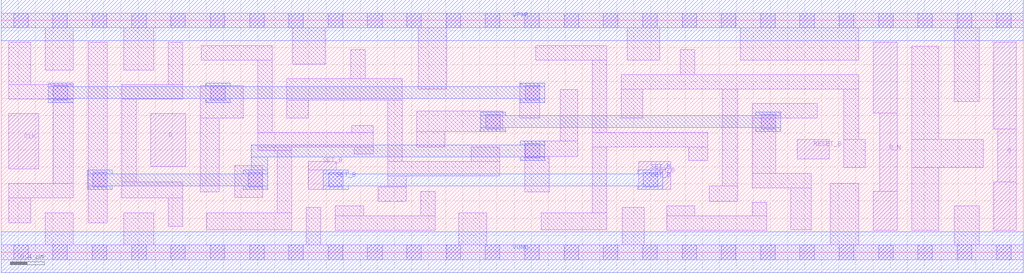
<source format=lef>
# Copyright 2020 The SkyWater PDK Authors
#
# Licensed under the Apache License, Version 2.0 (the "License");
# you may not use this file except in compliance with the License.
# You may obtain a copy of the License at
#
#     https://www.apache.org/licenses/LICENSE-2.0
#
# Unless required by applicable law or agreed to in writing, software
# distributed under the License is distributed on an "AS IS" BASIS,
# WITHOUT WARRANTIES OR CONDITIONS OF ANY KIND, either express or implied.
# See the License for the specific language governing permissions and
# limitations under the License.
#
# SPDX-License-Identifier: Apache-2.0

VERSION 5.7 ;
  NAMESCASESENSITIVE ON ;
  NOWIREEXTENSIONATPIN ON ;
  DIVIDERCHAR "/" ;
  BUSBITCHARS "[]" ;
UNITS
  DATABASE MICRONS 200 ;
END UNITS
MACRO sky130_fd_sc_hd__dfbbp_1
  CLASS CORE ;
  FOREIGN sky130_fd_sc_hd__dfbbp_1 ;
  ORIGIN  0.000000  0.000000 ;
  SIZE  11.96000 BY  2.720000 ;
  SYMMETRY X Y R90 ;
  SITE unithd ;
  PIN D
    ANTENNAGATEAREA  0.126000 ;
    DIRECTION INPUT ;
    USE SIGNAL ;
    PORT
      LAYER li1 ;
        RECT 1.750000 1.005000 2.160000 1.625000 ;
    END
  END D
  PIN Q
    ANTENNADIFFAREA  0.429000 ;
    DIRECTION OUTPUT ;
    USE SIGNAL ;
    PORT
      LAYER li1 ;
        RECT 11.615000 0.255000 11.875000 0.825000 ;
        RECT 11.615000 1.445000 11.875000 2.465000 ;
        RECT 11.660000 0.825000 11.875000 1.445000 ;
    END
  END Q
  PIN Q_N
    ANTENNADIFFAREA  0.429000 ;
    DIRECTION OUTPUT ;
    USE SIGNAL ;
    PORT
      LAYER li1 ;
        RECT 10.200000 0.255000 10.485000 0.715000 ;
        RECT 10.200000 1.630000 10.485000 2.465000 ;
        RECT 10.280000 0.715000 10.485000 1.630000 ;
    END
  END Q_N
  PIN RESET_B
    ANTENNAGATEAREA  0.159000 ;
    DIRECTION INPUT ;
    USE SIGNAL ;
    PORT
      LAYER li1 ;
        RECT 9.315000 1.095000 9.690000 1.325000 ;
    END
  END RESET_B
  PIN SET_B
    ANTENNAGATEAREA  0.252000 ;
    DIRECTION INPUT ;
    USE SIGNAL ;
    PORT
      LAYER li1 ;
        RECT 3.590000 0.735000 4.000000 0.965000 ;
        RECT 3.590000 0.965000 3.920000 1.065000 ;
      LAYER mcon ;
        RECT 3.830000 0.765000 4.000000 0.935000 ;
    END
    PORT
      LAYER li1 ;
        RECT 7.460000 0.735000 7.835000 1.065000 ;
      LAYER mcon ;
        RECT 7.510000 0.765000 7.680000 0.935000 ;
    END
    PORT
      LAYER met1 ;
        RECT 3.770000 0.735000 4.060000 0.780000 ;
        RECT 3.770000 0.780000 7.740000 0.920000 ;
        RECT 3.770000 0.920000 4.060000 0.965000 ;
        RECT 7.450000 0.735000 7.740000 0.780000 ;
        RECT 7.450000 0.920000 7.740000 0.965000 ;
    END
  END SET_B
  PIN CLK
    ANTENNAGATEAREA  0.159000 ;
    DIRECTION INPUT ;
    USE CLOCK ;
    PORT
      LAYER li1 ;
        RECT 0.085000 0.975000 0.440000 1.625000 ;
    END
  END CLK
  PIN VGND
    DIRECTION INOUT ;
    SHAPE ABUTMENT ;
    USE GROUND ;
    PORT
      LAYER met1 ;
        RECT 0.000000 -0.240000 11.960000 0.240000 ;
    END
  END VGND
  PIN VPWR
    DIRECTION INOUT ;
    SHAPE ABUTMENT ;
    USE POWER ;
    PORT
      LAYER met1 ;
        RECT 0.000000 2.480000 11.960000 2.960000 ;
    END
  END VPWR
  OBS
    LAYER li1 ;
      RECT  0.000000 -0.085000 11.960000 0.085000 ;
      RECT  0.000000  2.635000 11.960000 2.805000 ;
      RECT  0.085000  0.345000  0.345000 0.635000 ;
      RECT  0.085000  0.635000  0.840000 0.805000 ;
      RECT  0.085000  1.795000  0.840000 1.965000 ;
      RECT  0.085000  1.965000  0.345000 2.465000 ;
      RECT  0.515000  0.085000  0.845000 0.465000 ;
      RECT  0.515000  2.135000  0.845000 2.635000 ;
      RECT  0.610000  0.805000  0.840000 1.795000 ;
      RECT  1.015000  0.345000  1.240000 2.465000 ;
      RECT  1.410000  0.635000  2.125000 0.825000 ;
      RECT  1.410000  0.825000  1.580000 1.795000 ;
      RECT  1.410000  1.795000  2.125000 1.965000 ;
      RECT  1.435000  0.085000  1.785000 0.465000 ;
      RECT  1.435000  2.135000  1.785000 2.635000 ;
      RECT  1.955000  0.305000  2.125000 0.635000 ;
      RECT  1.955000  1.965000  2.125000 2.465000 ;
      RECT  2.330000  0.705000  2.550000 1.575000 ;
      RECT  2.330000  1.575000  2.830000 1.955000 ;
      RECT  2.340000  2.250000  3.170000 2.420000 ;
      RECT  2.405000  0.265000  3.400000 0.465000 ;
      RECT  2.730000  0.645000  3.060000 1.015000 ;
      RECT  3.000000  1.195000  3.400000 1.235000 ;
      RECT  3.000000  1.235000  4.350000 1.405000 ;
      RECT  3.000000  1.405000  3.170000 2.250000 ;
      RECT  3.230000  0.465000  3.400000 1.195000 ;
      RECT  3.340000  1.575000  3.590000 1.785000 ;
      RECT  3.340000  1.785000  4.690000 2.035000 ;
      RECT  3.410000  2.205000  3.790000 2.635000 ;
      RECT  3.570000  0.085000  3.740000 0.525000 ;
      RECT  3.910000  0.255000  5.080000 0.425000 ;
      RECT  3.910000  0.425000  4.240000 0.545000 ;
      RECT  4.090000  2.035000  4.260000 2.375000 ;
      RECT  4.100000  1.405000  4.350000 1.485000 ;
      RECT  4.130000  1.155000  4.350000 1.235000 ;
      RECT  4.410000  0.595000  4.740000 0.765000 ;
      RECT  4.520000  0.765000  4.740000 0.895000 ;
      RECT  4.520000  0.895000  5.830000 1.065000 ;
      RECT  4.520000  1.065000  4.690000 1.785000 ;
      RECT  4.860000  1.235000  5.190000 1.415000 ;
      RECT  4.860000  1.415000  5.865000 1.655000 ;
      RECT  4.880000  1.915000  5.210000 2.635000 ;
      RECT  4.910000  0.425000  5.080000 0.715000 ;
      RECT  5.350000  0.085000  5.680000 0.465000 ;
      RECT  5.500000  1.065000  5.830000 1.235000 ;
      RECT  6.065000  1.575000  6.300000 1.985000 ;
      RECT  6.125000  0.705000  6.410000 1.125000 ;
      RECT  6.125000  1.125000  6.745000 1.305000 ;
      RECT  6.255000  2.250000  7.085000 2.420000 ;
      RECT  6.320000  0.265000  7.085000 0.465000 ;
      RECT  6.540000  1.305000  6.745000 1.905000 ;
      RECT  6.915000  0.465000  7.085000 1.235000 ;
      RECT  6.915000  1.235000  8.265000 1.405000 ;
      RECT  6.915000  1.405000  7.085000 2.250000 ;
      RECT  7.255000  1.575000  7.505000 1.915000 ;
      RECT  7.255000  1.915000 10.030000 2.085000 ;
      RECT  7.265000  0.085000  7.525000 0.525000 ;
      RECT  7.325000  2.255000  7.705000 2.635000 ;
      RECT  7.785000  0.255000  8.955000 0.425000 ;
      RECT  7.785000  0.425000  8.115000 0.545000 ;
      RECT  7.945000  2.085000  8.115000 2.375000 ;
      RECT  8.045000  1.075000  8.265000 1.235000 ;
      RECT  8.285000  0.595000  8.615000 0.780000 ;
      RECT  8.435000  0.780000  8.615000 1.915000 ;
      RECT  8.645000  2.255000 10.030000 2.635000 ;
      RECT  8.785000  0.425000  8.955000 0.585000 ;
      RECT  8.785000  0.755000  9.475000 0.925000 ;
      RECT  8.785000  0.925000  9.060000 1.575000 ;
      RECT  8.785000  1.575000  9.545000 1.745000 ;
      RECT  9.240000  0.265000  9.475000 0.755000 ;
      RECT  9.700000  0.085000 10.030000 0.805000 ;
      RECT  9.860000  0.995000 10.110000 1.325000 ;
      RECT  9.860000  1.325000 10.030000 1.915000 ;
      RECT 10.655000  0.255000 10.970000 0.995000 ;
      RECT 10.655000  0.995000 11.490000 1.325000 ;
      RECT 10.655000  1.325000 10.970000 2.415000 ;
      RECT 11.150000  0.085000 11.445000 0.545000 ;
      RECT 11.150000  1.765000 11.445000 2.635000 ;
    LAYER mcon ;
      RECT  0.145000 -0.085000  0.315000 0.085000 ;
      RECT  0.145000  2.635000  0.315000 2.805000 ;
      RECT  0.605000 -0.085000  0.775000 0.085000 ;
      RECT  0.605000  2.635000  0.775000 2.805000 ;
      RECT  0.610000  1.785000  0.780000 1.955000 ;
      RECT  1.065000 -0.085000  1.235000 0.085000 ;
      RECT  1.065000  2.635000  1.235000 2.805000 ;
      RECT  1.070000  0.765000  1.240000 0.935000 ;
      RECT  1.525000 -0.085000  1.695000 0.085000 ;
      RECT  1.525000  2.635000  1.695000 2.805000 ;
      RECT  1.985000 -0.085000  2.155000 0.085000 ;
      RECT  1.985000  2.635000  2.155000 2.805000 ;
      RECT  2.445000 -0.085000  2.615000 0.085000 ;
      RECT  2.445000  2.635000  2.615000 2.805000 ;
      RECT  2.450000  1.785000  2.620000 1.955000 ;
      RECT  2.890000  0.765000  3.060000 0.935000 ;
      RECT  2.905000 -0.085000  3.075000 0.085000 ;
      RECT  2.905000  2.635000  3.075000 2.805000 ;
      RECT  3.365000 -0.085000  3.535000 0.085000 ;
      RECT  3.365000  2.635000  3.535000 2.805000 ;
      RECT  3.825000 -0.085000  3.995000 0.085000 ;
      RECT  3.825000  2.635000  3.995000 2.805000 ;
      RECT  4.285000 -0.085000  4.455000 0.085000 ;
      RECT  4.285000  2.635000  4.455000 2.805000 ;
      RECT  4.745000 -0.085000  4.915000 0.085000 ;
      RECT  4.745000  2.635000  4.915000 2.805000 ;
      RECT  5.205000 -0.085000  5.375000 0.085000 ;
      RECT  5.205000  2.635000  5.375000 2.805000 ;
      RECT  5.665000 -0.085000  5.835000 0.085000 ;
      RECT  5.665000  2.635000  5.835000 2.805000 ;
      RECT  5.670000  1.445000  5.840000 1.615000 ;
      RECT  6.125000 -0.085000  6.295000 0.085000 ;
      RECT  6.125000  2.635000  6.295000 2.805000 ;
      RECT  6.130000  1.105000  6.300000 1.275000 ;
      RECT  6.130000  1.785000  6.300000 1.955000 ;
      RECT  6.585000 -0.085000  6.755000 0.085000 ;
      RECT  6.585000  2.635000  6.755000 2.805000 ;
      RECT  7.045000 -0.085000  7.215000 0.085000 ;
      RECT  7.045000  2.635000  7.215000 2.805000 ;
      RECT  7.505000 -0.085000  7.675000 0.085000 ;
      RECT  7.505000  2.635000  7.675000 2.805000 ;
      RECT  7.965000 -0.085000  8.135000 0.085000 ;
      RECT  7.965000  2.635000  8.135000 2.805000 ;
      RECT  8.425000 -0.085000  8.595000 0.085000 ;
      RECT  8.425000  2.635000  8.595000 2.805000 ;
      RECT  8.885000 -0.085000  9.055000 0.085000 ;
      RECT  8.885000  2.635000  9.055000 2.805000 ;
      RECT  8.890000  1.445000  9.060000 1.615000 ;
      RECT  9.345000 -0.085000  9.515000 0.085000 ;
      RECT  9.345000  2.635000  9.515000 2.805000 ;
      RECT  9.805000 -0.085000  9.975000 0.085000 ;
      RECT  9.805000  2.635000  9.975000 2.805000 ;
      RECT 10.265000 -0.085000 10.435000 0.085000 ;
      RECT 10.265000  2.635000 10.435000 2.805000 ;
      RECT 10.725000 -0.085000 10.895000 0.085000 ;
      RECT 10.725000  2.635000 10.895000 2.805000 ;
      RECT 11.185000 -0.085000 11.355000 0.085000 ;
      RECT 11.185000  2.635000 11.355000 2.805000 ;
      RECT 11.645000 -0.085000 11.815000 0.085000 ;
      RECT 11.645000  2.635000 11.815000 2.805000 ;
    LAYER met1 ;
      RECT 0.550000 1.755000 0.840000 1.800000 ;
      RECT 0.550000 1.800000 6.360000 1.940000 ;
      RECT 0.550000 1.940000 0.840000 1.985000 ;
      RECT 1.010000 0.735000 1.300000 0.780000 ;
      RECT 1.010000 0.780000 3.120000 0.920000 ;
      RECT 1.010000 0.920000 1.300000 0.965000 ;
      RECT 2.390000 1.755000 2.680000 1.800000 ;
      RECT 2.390000 1.940000 2.680000 1.985000 ;
      RECT 2.830000 0.735000 3.120000 0.780000 ;
      RECT 2.830000 0.920000 3.120000 0.965000 ;
      RECT 2.925000 0.965000 3.120000 1.120000 ;
      RECT 2.925000 1.120000 6.360000 1.260000 ;
      RECT 5.610000 1.415000 5.900000 1.460000 ;
      RECT 5.610000 1.460000 9.120000 1.600000 ;
      RECT 5.610000 1.600000 5.900000 1.645000 ;
      RECT 6.070000 1.075000 6.360000 1.120000 ;
      RECT 6.070000 1.260000 6.360000 1.305000 ;
      RECT 6.070000 1.755000 6.360000 1.800000 ;
      RECT 6.070000 1.940000 6.360000 1.985000 ;
      RECT 8.830000 1.415000 9.120000 1.460000 ;
      RECT 8.830000 1.600000 9.120000 1.645000 ;
  END
END sky130_fd_sc_hd__dfbbp_1
END LIBRARY

</source>
